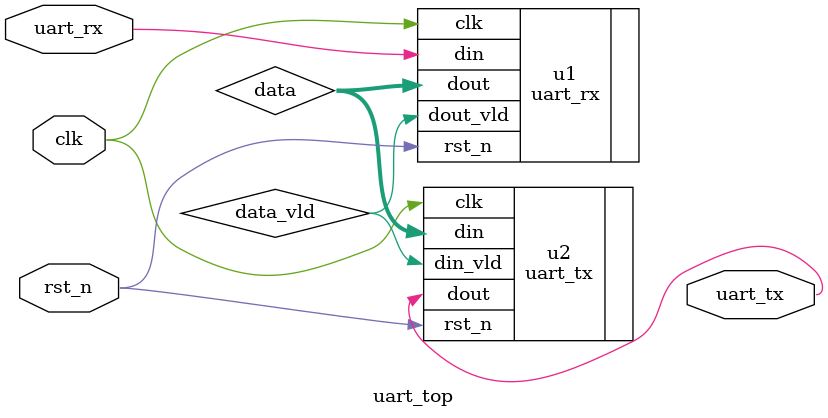
<source format=v>
`timescale 1ns / 1ps


module uart_top(clk,rst_n,uart_rx,uart_tx);
input clk;       //时钟，100MHZ
input rst_n;     //复位，低电平有效
input uart_rx;   //FPGA通过串口接收的数据
output uart_tx;  //FPGA通过串口发送的数据

wire [7:0]data;
wire data_vld;

//接收模块
uart_rx u1(.clk(clk),    
           .rst_n(rst_n),
           .din(uart_rx),
           .dout(data),
           .dout_vld(data_vld)
           );

//发送模块
uart_tx u2(.clk(clk),
           .rst_n(rst_n),
           .din_vld(data_vld),
           .din(data),
           .dout(uart_tx)
           );

endmodule

</source>
